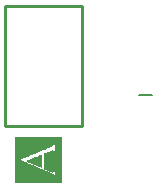
<source format=gto>
%FSLAX25Y25*%
%MOIN*%
G70*
G01*
G75*
%ADD10R,0.03543X0.03150*%
%ADD11R,0.11811X0.05906*%
%ADD12R,0.11811X0.03937*%
%ADD13R,0.05118X0.03937*%
%ADD14C,0.01000*%
%ADD15C,0.06000*%
%ADD16C,0.03937*%
%ADD17C,0.23622*%
%ADD18C,0.00030*%
%ADD19C,0.00787*%
D14*
X5996Y63307D02*
X31496D01*
Y23307D02*
Y63307D01*
X5996Y23307D02*
X31496D01*
X5996D02*
Y63307D01*
D18*
X24419Y4650D02*
Y19650D01*
X24389Y4650D02*
Y19650D01*
X24360Y4650D02*
Y19650D01*
X24329Y4650D02*
Y19650D01*
X24299Y4650D02*
Y19650D01*
X24270Y4650D02*
Y19650D01*
X24239Y4650D02*
Y19650D01*
X24209Y4650D02*
Y19650D01*
X24180Y4650D02*
Y19650D01*
X24149Y4650D02*
Y19650D01*
X24119Y4650D02*
Y19650D01*
X24090Y4650D02*
Y19650D01*
X24059Y4650D02*
Y19650D01*
X24029Y4650D02*
Y19650D01*
X24000Y4650D02*
Y19650D01*
X23969Y4650D02*
Y19650D01*
X23939Y4650D02*
Y19650D01*
X23910Y4650D02*
Y19650D01*
X23879Y4650D02*
Y19650D01*
X23850Y4650D02*
Y19650D01*
X23820Y4650D02*
Y19650D01*
X23789Y4650D02*
Y19650D01*
X23760Y4650D02*
Y19650D01*
X23730Y4650D02*
Y19650D01*
X23699Y4650D02*
Y19650D01*
X23670Y4650D02*
Y19650D01*
X23640Y4650D02*
Y19650D01*
X23609Y4650D02*
Y19650D01*
X23580Y4650D02*
Y19650D01*
X23550Y4650D02*
Y19650D01*
X23519Y4650D02*
Y19650D01*
X23490Y4650D02*
Y19650D01*
X23460Y4650D02*
Y19650D01*
X23429Y4650D02*
Y19650D01*
X23400Y4650D02*
Y19650D01*
X23370Y4650D02*
Y19650D01*
X23339Y4650D02*
Y19650D01*
X23310Y4650D02*
Y19650D01*
X23280Y4650D02*
Y19650D01*
X23249Y4650D02*
Y19650D01*
X23220Y4650D02*
Y19650D01*
X23189Y4650D02*
Y19650D01*
X23159Y4650D02*
Y19650D01*
X23130Y4650D02*
Y19650D01*
X23099Y4650D02*
Y19650D01*
X23069Y4650D02*
Y19650D01*
X23040Y4650D02*
Y19650D01*
X23009Y4650D02*
Y19650D01*
X22979Y4650D02*
Y19650D01*
X22950Y4650D02*
Y19650D01*
X22919Y4650D02*
Y19650D01*
X22889Y4650D02*
Y19650D01*
X22860Y4650D02*
Y19650D01*
X22829Y4650D02*
Y19650D01*
X22799Y4650D02*
Y19650D01*
X22770Y4650D02*
Y19650D01*
X22739Y18360D02*
Y19650D01*
Y9420D02*
Y18240D01*
Y5940D02*
Y9210D01*
Y4650D02*
Y5760D01*
X22709Y18360D02*
Y19650D01*
Y9420D02*
Y18240D01*
Y5940D02*
Y9210D01*
Y4650D02*
Y5760D01*
X22680Y18240D02*
Y19650D01*
Y9480D02*
Y13680D01*
Y4650D02*
Y5730D01*
X22649Y18240D02*
Y19650D01*
Y9480D02*
Y13680D01*
Y4650D02*
Y5730D01*
X22619Y18420D02*
Y19650D01*
Y9480D02*
Y13680D01*
Y4650D02*
Y5730D01*
X22590Y18420D02*
Y19650D01*
Y9480D02*
Y13680D01*
Y4650D02*
Y5730D01*
X22559Y18360D02*
Y19650D01*
Y18180D02*
Y18240D01*
Y9360D02*
Y13680D01*
Y4650D02*
Y5820D01*
X22530Y18360D02*
Y19650D01*
Y18180D02*
Y18240D01*
Y9360D02*
Y13680D01*
Y4650D02*
Y5820D01*
X22500Y18300D02*
Y19650D01*
Y18120D02*
Y18240D01*
Y9420D02*
Y13680D01*
Y4650D02*
Y5730D01*
X22469Y18090D02*
Y19650D01*
Y8970D02*
Y14250D01*
Y4650D02*
Y6000D01*
X22440Y18090D02*
Y19650D01*
Y8970D02*
Y14250D01*
Y4650D02*
Y6000D01*
X22410Y17670D02*
Y19650D01*
Y8700D02*
Y14370D01*
Y4650D02*
Y6270D01*
X22379Y17670D02*
Y19650D01*
Y8700D02*
Y14370D01*
Y4650D02*
Y6270D01*
X22350Y17520D02*
Y19650D01*
Y8460D02*
Y14550D01*
Y4650D02*
Y6390D01*
X22320Y17520D02*
Y19650D01*
Y8460D02*
Y14550D01*
Y4650D02*
Y6390D01*
X22289Y17580D02*
Y19650D01*
Y8370D02*
Y14580D01*
Y4650D02*
Y6510D01*
X22260Y17580D02*
Y19650D01*
Y8370D02*
Y14580D01*
Y4650D02*
Y6510D01*
X22230Y17400D02*
Y19650D01*
Y8310D02*
Y14700D01*
Y4650D02*
Y6570D01*
X22199Y17400D02*
Y19650D01*
Y8310D02*
Y14700D01*
Y4650D02*
Y6570D01*
X22170Y17400D02*
Y19650D01*
Y8250D02*
Y14880D01*
Y4650D02*
Y6720D01*
X22140Y17400D02*
Y19650D01*
Y8250D02*
Y14880D01*
Y4650D02*
Y6720D01*
X22109Y17280D02*
Y19650D01*
Y8190D02*
Y14760D01*
Y4650D02*
Y6720D01*
X22080Y17280D02*
Y19650D01*
Y8190D02*
Y14760D01*
Y4650D02*
Y6720D01*
X22050Y17190D02*
Y19650D01*
Y8190D02*
Y14820D01*
Y4650D02*
Y6720D01*
X22019Y17130D02*
Y19650D01*
Y8130D02*
Y14940D01*
Y4650D02*
Y6900D01*
X21990Y17130D02*
Y19650D01*
Y8130D02*
Y14940D01*
Y4650D02*
Y6900D01*
X21960Y17070D02*
Y19650D01*
Y8010D02*
Y14880D01*
Y4650D02*
Y6900D01*
X21929Y17070D02*
Y19650D01*
Y8010D02*
Y14880D01*
Y4650D02*
Y6900D01*
X21900Y17070D02*
Y19650D01*
Y8070D02*
Y14880D01*
Y4650D02*
Y7080D01*
X21869Y17070D02*
Y19650D01*
Y8070D02*
Y14880D01*
Y4650D02*
Y7080D01*
X21839Y17010D02*
Y19650D01*
Y8130D02*
Y14880D01*
Y4650D02*
Y6960D01*
X21810Y17010D02*
Y19650D01*
Y8130D02*
Y14880D01*
Y4650D02*
Y6960D01*
X21779Y17010D02*
Y19650D01*
Y8010D02*
Y14880D01*
Y4650D02*
Y7020D01*
X21749Y17010D02*
Y19650D01*
Y8010D02*
Y14880D01*
Y4650D02*
Y7020D01*
X21720Y16830D02*
Y19650D01*
Y7920D02*
Y14880D01*
Y4650D02*
Y7080D01*
X21689Y16830D02*
Y19650D01*
Y7920D02*
Y14880D01*
Y4650D02*
Y7080D01*
X21659Y16950D02*
Y19650D01*
Y8070D02*
Y14940D01*
Y4650D02*
Y7020D01*
X21630Y16950D02*
Y19650D01*
Y8070D02*
Y14940D01*
Y4650D02*
Y7020D01*
X21599Y16830D02*
Y19650D01*
Y8130D02*
Y14880D01*
Y4650D02*
Y7110D01*
X21569Y16770D02*
Y19650D01*
Y8070D02*
Y15000D01*
Y4650D02*
Y7110D01*
X21540Y16770D02*
Y19650D01*
Y8070D02*
Y15000D01*
Y4650D02*
Y7110D01*
X21509Y16680D02*
Y19650D01*
Y8130D02*
Y14880D01*
Y4650D02*
Y7290D01*
X21479Y16680D02*
Y19650D01*
Y8130D02*
Y14880D01*
Y4650D02*
Y7290D01*
X21450Y16770D02*
Y19650D01*
Y8070D02*
Y14940D01*
Y4650D02*
Y7170D01*
X21419Y16770D02*
Y19650D01*
Y8070D02*
Y14940D01*
Y4650D02*
Y7170D01*
X21389Y16680D02*
Y19650D01*
Y8070D02*
Y14880D01*
Y4650D02*
Y7230D01*
X21360Y16680D02*
Y19650D01*
Y8070D02*
Y14880D01*
Y4650D02*
Y7230D01*
X21329Y16740D02*
Y19650D01*
Y8130D02*
Y14820D01*
Y4650D02*
Y7350D01*
X21299Y16740D02*
Y19650D01*
Y8130D02*
Y14820D01*
Y4650D02*
Y7350D01*
X21270Y16740D02*
Y19650D01*
Y8130D02*
Y14820D01*
Y4650D02*
Y7230D01*
X21239Y16740D02*
Y19650D01*
Y8130D02*
Y14820D01*
Y4650D02*
Y7230D01*
X21210Y16680D02*
Y19650D01*
Y8190D02*
Y14820D01*
Y4650D02*
Y7410D01*
X21180Y16680D02*
Y19650D01*
Y8190D02*
Y14820D01*
Y4650D02*
Y7410D01*
X21149Y16680D02*
Y19650D01*
Y8070D02*
Y14760D01*
Y4650D02*
Y7410D01*
X21120Y16620D02*
Y19650D01*
Y8190D02*
Y14820D01*
Y4650D02*
Y7350D01*
X21090Y16620D02*
Y19650D01*
Y8190D02*
Y14820D01*
Y4650D02*
Y7350D01*
X21059Y16560D02*
Y19650D01*
Y8130D02*
Y14760D01*
Y4650D02*
Y7470D01*
X21030Y16560D02*
Y19650D01*
Y8130D02*
Y14760D01*
Y4650D02*
Y7470D01*
X21000Y16380D02*
Y19650D01*
Y8310D02*
Y14700D01*
Y4650D02*
Y7470D01*
X20969Y16380D02*
Y19650D01*
Y8310D02*
Y14700D01*
Y4650D02*
Y7470D01*
X20940Y16560D02*
Y19650D01*
Y8250D02*
Y14820D01*
Y4650D02*
Y7410D01*
X20910Y16560D02*
Y19650D01*
Y8250D02*
Y14820D01*
Y4650D02*
Y7410D01*
X20879Y16500D02*
Y19650D01*
Y8250D02*
Y14760D01*
Y4650D02*
Y7560D01*
X20850Y16500D02*
Y19650D01*
Y8250D02*
Y14760D01*
Y4650D02*
Y7560D01*
X20820Y16500D02*
Y19650D01*
Y8310D02*
Y14640D01*
Y4650D02*
Y7530D01*
X20789Y16500D02*
Y19650D01*
Y8310D02*
Y14640D01*
Y4650D02*
Y7530D01*
X20760Y16440D02*
Y19650D01*
Y8370D02*
Y14760D01*
Y4650D02*
Y7620D01*
X20730Y16440D02*
Y19650D01*
Y8370D02*
Y14580D01*
Y4650D02*
Y7560D01*
X20699Y16440D02*
Y19650D01*
Y8370D02*
Y14580D01*
Y4650D02*
Y7560D01*
X20670Y16380D02*
Y19650D01*
Y8400D02*
Y14580D01*
Y4650D02*
Y7620D01*
X20640Y16380D02*
Y19650D01*
Y8400D02*
Y14580D01*
Y4650D02*
Y7620D01*
X20609Y16380D02*
Y19650D01*
Y8400D02*
Y14580D01*
Y4650D02*
Y7560D01*
X20580Y16380D02*
Y19650D01*
Y8400D02*
Y14580D01*
Y4650D02*
Y7560D01*
X20549Y16290D02*
Y19650D01*
Y8310D02*
Y14550D01*
Y4650D02*
Y7560D01*
X20519Y16290D02*
Y19650D01*
Y8310D02*
Y14550D01*
Y4650D02*
Y7560D01*
X20490Y16350D02*
Y19650D01*
Y8460D02*
Y14550D01*
Y4650D02*
Y7680D01*
X20459Y16350D02*
Y19650D01*
Y8460D02*
Y14550D01*
Y4650D02*
Y7680D01*
X20429Y16350D02*
Y19650D01*
Y8400D02*
Y14580D01*
Y4650D02*
Y7620D01*
X20400Y16350D02*
Y19650D01*
Y8400D02*
Y14580D01*
Y4650D02*
Y7620D01*
X20369Y16290D02*
Y19650D01*
Y8520D02*
Y14550D01*
Y4650D02*
Y7860D01*
X20339Y16290D02*
Y19650D01*
Y8520D02*
Y14550D01*
Y4650D02*
Y7860D01*
X20310Y16230D02*
Y19650D01*
Y8460D02*
Y14490D01*
Y4650D02*
Y7680D01*
X20279Y16170D02*
Y19650D01*
Y8580D02*
Y14430D01*
Y4650D02*
Y7740D01*
X20249Y16170D02*
Y19650D01*
Y8580D02*
Y14430D01*
Y4650D02*
Y7740D01*
X20220Y16230D02*
Y19650D01*
Y8460D02*
Y14580D01*
Y4650D02*
Y7800D01*
X20189Y16230D02*
Y19650D01*
Y8460D02*
Y14580D01*
Y4650D02*
Y7800D01*
X20159Y16170D02*
Y19650D01*
Y8580D02*
Y14370D01*
Y4650D02*
Y7920D01*
X20130Y16170D02*
Y19650D01*
Y8580D02*
Y14370D01*
Y4650D02*
Y7920D01*
X20099Y16170D02*
Y19650D01*
Y8520D02*
Y14430D01*
Y4650D02*
Y7800D01*
X20069Y16170D02*
Y19650D01*
Y8520D02*
Y14430D01*
Y4650D02*
Y7800D01*
X20040Y15990D02*
Y19650D01*
Y8640D02*
Y14310D01*
Y4650D02*
Y7800D01*
X20009Y15990D02*
Y19650D01*
Y8640D02*
Y14310D01*
Y4650D02*
Y7800D01*
X19979Y16110D02*
Y19650D01*
Y8700D02*
Y14310D01*
Y4650D02*
Y7860D01*
X19950Y16110D02*
Y19650D01*
Y8700D02*
Y14310D01*
Y4650D02*
Y7860D01*
X19919Y15990D02*
Y19650D01*
Y8640D02*
Y14370D01*
Y4650D02*
Y7920D01*
X19890Y15990D02*
Y19650D01*
Y8640D02*
Y14370D01*
Y4650D02*
Y7920D01*
X19860Y16050D02*
Y19650D01*
Y8760D02*
Y14310D01*
Y4650D02*
Y7950D01*
X19829Y16050D02*
Y19650D01*
Y8760D02*
Y14310D01*
Y4650D02*
Y8190D01*
X19800Y16050D02*
Y19650D01*
Y8760D02*
Y14310D01*
Y4650D02*
Y8190D01*
X19770Y15990D02*
Y19650D01*
Y8820D02*
Y14250D01*
Y4650D02*
Y7950D01*
X19739Y15990D02*
Y19650D01*
Y8820D02*
Y14250D01*
Y4650D02*
Y7950D01*
X19710Y15900D02*
Y19650D01*
Y8760D02*
Y14190D01*
Y4650D02*
Y7950D01*
X19680Y15900D02*
Y19650D01*
Y8760D02*
Y14190D01*
Y4650D02*
Y7950D01*
X19649Y15930D02*
Y19650D01*
Y8850D02*
Y14190D01*
Y4650D02*
Y7950D01*
X19620Y15930D02*
Y19650D01*
Y8850D02*
Y14190D01*
Y4650D02*
Y7950D01*
X19590Y15990D02*
Y19650D01*
Y8760D02*
Y14130D01*
Y4650D02*
Y8010D01*
X19559Y15990D02*
Y19650D01*
Y8760D02*
Y14130D01*
Y4650D02*
Y8010D01*
X19530Y15930D02*
Y19650D01*
Y8850D02*
Y14190D01*
Y4650D02*
Y8010D01*
X19500Y15930D02*
Y19650D01*
Y8850D02*
Y14190D01*
Y4650D02*
Y8010D01*
X19469Y15900D02*
Y19650D01*
Y8820D02*
Y14130D01*
Y4650D02*
Y8310D01*
X19440Y15900D02*
Y19650D01*
Y8820D02*
Y14130D01*
Y4650D02*
Y8310D01*
X19410Y15840D02*
Y19650D01*
Y8910D02*
Y14100D01*
Y4650D02*
Y8070D01*
X19379Y15600D02*
Y19650D01*
Y8910D02*
Y14040D01*
Y4650D02*
Y8070D01*
X19350Y15600D02*
Y19650D01*
Y8910D02*
Y14040D01*
Y4650D02*
Y8070D01*
X19320Y15840D02*
Y19650D01*
Y8970D02*
Y14100D01*
Y4650D02*
Y8130D01*
X19289Y15840D02*
Y19650D01*
Y8970D02*
Y14100D01*
Y4650D02*
Y8130D01*
X19260Y15840D02*
Y19650D01*
Y9030D02*
Y14040D01*
Y4650D02*
Y8250D01*
X19229Y15840D02*
Y19650D01*
Y9030D02*
Y14040D01*
Y4650D02*
Y8250D01*
X19199Y15840D02*
Y19650D01*
Y8970D02*
Y13980D01*
Y4650D02*
Y8190D01*
X19170Y15840D02*
Y19650D01*
Y8970D02*
Y13980D01*
Y4650D02*
Y8190D01*
X19139Y15780D02*
Y19650D01*
Y9030D02*
Y13980D01*
Y4650D02*
Y8250D01*
X19109Y15780D02*
Y19650D01*
Y9030D02*
Y13980D01*
Y4650D02*
Y8250D01*
X19080Y15780D02*
Y19650D01*
Y13980D02*
Y14100D01*
Y8970D02*
Y13920D01*
Y4650D02*
Y8250D01*
X19049Y15780D02*
Y19650D01*
Y13980D02*
Y14100D01*
Y8970D02*
Y13920D01*
Y4650D02*
Y8250D01*
X19019Y15480D02*
Y19650D01*
Y9090D02*
Y13980D01*
Y4650D02*
Y8250D01*
X18990Y15720D02*
Y19650D01*
Y9150D02*
Y14040D01*
Y4650D02*
Y8310D01*
X18959Y15720D02*
Y19650D01*
Y9150D02*
Y14040D01*
Y4650D02*
Y8310D01*
X18929Y15720D02*
Y19650D01*
Y9090D02*
Y13920D01*
Y4650D02*
Y8370D01*
X18900Y15720D02*
Y19650D01*
Y9090D02*
Y13920D01*
Y4650D02*
Y8370D01*
X18869Y15600D02*
Y19650D01*
Y9150D02*
Y13980D01*
Y4650D02*
Y8520D01*
X18839Y15600D02*
Y19650D01*
Y9150D02*
Y13980D01*
Y4650D02*
Y8520D01*
X18810Y15660D02*
Y19650D01*
Y4650D02*
Y8370D01*
X18779Y15660D02*
Y19650D01*
Y4650D02*
Y8370D01*
X18749Y15600D02*
Y19650D01*
Y4650D02*
Y8520D01*
X18720Y15600D02*
Y19650D01*
Y4650D02*
Y8520D01*
X18689Y15540D02*
Y19650D01*
Y4650D02*
Y8400D01*
X18659Y15540D02*
Y19650D01*
Y4650D02*
Y8400D01*
X18630Y15540D02*
Y19650D01*
Y4650D02*
Y8580D01*
X18599Y15540D02*
Y19650D01*
Y4650D02*
Y8580D01*
X18570Y15480D02*
Y19650D01*
Y4650D02*
Y8580D01*
X18540Y15540D02*
Y19650D01*
Y4650D02*
Y8460D01*
X18509Y15540D02*
Y19650D01*
Y4650D02*
Y8460D01*
X18480Y15480D02*
Y19650D01*
Y4650D02*
Y8640D01*
X18450Y15480D02*
Y19650D01*
Y4650D02*
Y8640D01*
X18419Y15480D02*
Y19650D01*
Y4650D02*
Y8520D01*
X18390Y15480D02*
Y19650D01*
Y4650D02*
Y8520D01*
X18360Y15390D02*
Y19650D01*
Y4650D02*
Y8640D01*
X18329Y15390D02*
Y19650D01*
Y4650D02*
Y8640D01*
X18300Y15450D02*
Y19650D01*
Y4650D02*
Y8580D01*
X18270Y15450D02*
Y19650D01*
Y4650D02*
Y8580D01*
X18239Y15450D02*
Y19650D01*
Y4650D02*
Y8640D01*
X18210Y15450D02*
Y19650D01*
Y4650D02*
Y8640D01*
X18180Y15390D02*
Y19650D01*
Y4650D02*
Y8640D01*
X18149Y15390D02*
Y19650D01*
Y4650D02*
Y8640D01*
X18120Y15390D02*
Y19650D01*
Y4650D02*
Y8760D01*
X18090Y15330D02*
Y19650D01*
Y4650D02*
Y8700D01*
X18059Y15330D02*
Y19650D01*
Y4650D02*
Y8700D01*
X18030Y15330D02*
Y19650D01*
Y4650D02*
Y8700D01*
X18000Y15330D02*
Y19650D01*
Y4650D02*
Y8700D01*
X17969Y15270D02*
Y19650D01*
Y9540D02*
Y13590D01*
Y4650D02*
Y8760D01*
X17940Y15270D02*
Y19650D01*
Y9540D02*
Y13590D01*
Y4650D02*
Y8760D01*
X17910Y15270D02*
Y19650D01*
Y9600D02*
Y13470D01*
Y4650D02*
Y8820D01*
X17879Y15270D02*
Y19650D01*
Y9600D02*
Y13470D01*
Y4650D02*
Y8820D01*
X17850Y15270D02*
Y19650D01*
Y9600D02*
Y13410D01*
Y4650D02*
Y8760D01*
X17819Y15270D02*
Y19650D01*
Y9600D02*
Y13410D01*
Y4650D02*
Y8760D01*
X17789Y15210D02*
Y19650D01*
Y9540D02*
Y13410D01*
Y4650D02*
Y8820D01*
X17760Y15210D02*
Y19650D01*
Y9540D02*
Y13410D01*
Y4650D02*
Y8820D01*
X17729Y15210D02*
Y19650D01*
Y9660D02*
Y13410D01*
Y4650D02*
Y8820D01*
X17699Y15210D02*
Y19650D01*
Y9660D02*
Y13410D01*
Y4650D02*
Y8820D01*
X17670Y15150D02*
Y19650D01*
Y9660D02*
Y13410D01*
Y4650D02*
Y8850D01*
X17639Y15090D02*
Y19650D01*
Y9720D02*
Y13350D01*
Y4650D02*
Y8910D01*
X17609Y15090D02*
Y19650D01*
Y9720D02*
Y13350D01*
Y4650D02*
Y8910D01*
X17580Y15000D02*
Y19650D01*
Y9660D02*
Y13290D01*
Y4650D02*
Y8970D01*
X17549Y15000D02*
Y19650D01*
Y9660D02*
Y13290D01*
Y4650D02*
Y8970D01*
X17519Y15090D02*
Y19650D01*
Y9750D02*
Y13350D01*
Y4650D02*
Y8910D01*
X17490Y15090D02*
Y19650D01*
Y9750D02*
Y13350D01*
Y4650D02*
Y8910D01*
X17459Y15030D02*
Y19650D01*
Y9660D02*
Y13290D01*
Y4650D02*
Y8970D01*
X17429Y15030D02*
Y19650D01*
Y9660D02*
Y13290D01*
Y4650D02*
Y8970D01*
X17400Y14940D02*
Y19650D01*
Y9750D02*
Y13260D01*
Y4650D02*
Y8970D01*
X17369Y14940D02*
Y19650D01*
Y9750D02*
Y13260D01*
Y4650D02*
Y8970D01*
X17339Y15030D02*
Y19650D01*
Y9810D02*
Y13350D01*
Y4650D02*
Y9150D01*
X17310Y15030D02*
Y19650D01*
Y9810D02*
Y13350D01*
Y4650D02*
Y9150D01*
X17279Y15000D02*
Y19650D01*
Y9870D02*
Y13260D01*
Y4650D02*
Y9030D01*
X17249Y14940D02*
Y19650D01*
Y9720D02*
Y13200D01*
Y4650D02*
Y9150D01*
X17220Y14940D02*
Y19650D01*
Y9720D02*
Y13200D01*
Y4650D02*
Y9150D01*
X17189Y15000D02*
Y19650D01*
Y9870D02*
Y13290D01*
Y4650D02*
Y9090D01*
X17160Y15000D02*
Y19650D01*
Y9870D02*
Y13290D01*
Y4650D02*
Y9090D01*
X17130Y14940D02*
Y19650D01*
Y9930D02*
Y13200D01*
Y4650D02*
Y9210D01*
X17099Y14940D02*
Y19650D01*
Y9930D02*
Y13200D01*
Y4650D02*
Y9210D01*
X17070Y14940D02*
Y19650D01*
Y9810D02*
Y13140D01*
Y4650D02*
Y9090D01*
X17040Y14940D02*
Y19650D01*
Y9810D02*
Y13140D01*
Y4650D02*
Y9090D01*
X17009Y14880D02*
Y19650D01*
Y9810D02*
Y13080D01*
Y4650D02*
Y9150D01*
X16980Y14880D02*
Y19650D01*
Y9810D02*
Y13080D01*
Y4650D02*
Y9150D01*
X16950Y14880D02*
Y19650D01*
Y9990D02*
Y13080D01*
Y4650D02*
Y9210D01*
X16919Y14880D02*
Y19650D01*
Y9990D02*
Y13080D01*
Y4650D02*
Y9210D01*
X16890Y14820D02*
Y19650D01*
Y9870D02*
Y13020D01*
Y4650D02*
Y9300D01*
X16860Y14820D02*
Y19650D01*
Y9870D02*
Y13020D01*
Y4650D02*
Y9300D01*
X16829Y14760D02*
Y19650D01*
Y10050D02*
Y13020D01*
Y4650D02*
Y9210D01*
X16800Y14820D02*
Y19650D01*
Y9870D02*
Y13020D01*
Y4650D02*
Y9270D01*
X16770Y14820D02*
Y19650D01*
Y9870D02*
Y13020D01*
Y4650D02*
Y9270D01*
X16739Y14640D02*
Y19650D01*
Y10050D02*
Y12960D01*
Y4650D02*
Y9300D01*
X16710Y14640D02*
Y19650D01*
Y10050D02*
Y12960D01*
Y4650D02*
Y9300D01*
X16680Y14640D02*
Y19650D01*
Y10110D02*
Y12960D01*
Y4650D02*
Y9270D01*
X16649Y14640D02*
Y19650D01*
Y10110D02*
Y12960D01*
Y4650D02*
Y9270D01*
X16620Y14760D02*
Y19650D01*
Y10110D02*
Y12900D01*
Y4650D02*
Y9300D01*
X16590Y14760D02*
Y19650D01*
Y10110D02*
Y12900D01*
Y4650D02*
Y9300D01*
X16559Y14700D02*
Y19650D01*
Y10170D02*
Y12900D01*
Y4650D02*
Y9420D01*
X16530Y14700D02*
Y19650D01*
Y10170D02*
Y12900D01*
Y4650D02*
Y9420D01*
X16499Y14700D02*
Y19650D01*
Y10110D02*
Y12840D01*
Y4650D02*
Y9360D01*
X16469Y14700D02*
Y19650D01*
Y10110D02*
Y12840D01*
Y4650D02*
Y9360D01*
X16440Y14640D02*
Y19650D01*
Y10200D02*
Y12840D01*
Y4650D02*
Y9420D01*
X16409Y14640D02*
Y19650D01*
Y10200D02*
Y12840D01*
Y4650D02*
Y9420D01*
X16379Y14580D02*
Y19650D01*
Y10260D02*
Y12900D01*
Y4650D02*
Y9360D01*
X16350Y14580D02*
Y19650D01*
Y10200D02*
Y12810D01*
Y4650D02*
Y9420D01*
X16319Y14580D02*
Y19650D01*
Y10200D02*
Y12810D01*
Y4650D02*
Y9420D01*
X16289Y14580D02*
Y19650D01*
Y10260D02*
Y12810D01*
Y4650D02*
Y9480D01*
X16260Y14580D02*
Y19650D01*
Y10260D02*
Y12810D01*
Y4650D02*
Y9480D01*
X16229Y14580D02*
Y19650D01*
Y10260D02*
Y12750D01*
Y4650D02*
Y9480D01*
X16199Y14580D02*
Y19650D01*
Y10260D02*
Y12750D01*
Y4650D02*
Y9480D01*
X16170Y14490D02*
Y19650D01*
Y10200D02*
Y12810D01*
Y4650D02*
Y9600D01*
X16139Y14490D02*
Y19650D01*
Y10200D02*
Y12810D01*
Y4650D02*
Y9600D01*
X16109Y14550D02*
Y19650D01*
Y10380D02*
Y12750D01*
Y4650D02*
Y9540D01*
X16080Y14550D02*
Y19650D01*
Y10380D02*
Y12750D01*
Y4650D02*
Y9540D01*
X16049Y14490D02*
Y19650D01*
Y10320D02*
Y12810D01*
Y4650D02*
Y9660D01*
X16019Y14490D02*
Y19650D01*
Y10320D02*
Y12810D01*
Y4650D02*
Y9660D01*
X15990Y14370D02*
Y19650D01*
Y10440D02*
Y12690D01*
Y4650D02*
Y9540D01*
X15959Y14430D02*
Y19650D01*
Y10440D02*
Y12630D01*
Y4650D02*
Y9660D01*
X15929Y14430D02*
Y19650D01*
Y10440D02*
Y12630D01*
Y4650D02*
Y9660D01*
X15900Y14310D02*
Y19650D01*
Y10440D02*
Y12690D01*
Y4650D02*
Y9600D01*
X15869Y14310D02*
Y19650D01*
Y10440D02*
Y12690D01*
Y4650D02*
Y9600D01*
X15840Y14430D02*
Y19650D01*
Y10500D02*
Y12570D01*
Y4650D02*
Y9660D01*
X15810Y14430D02*
Y19650D01*
Y10500D02*
Y12570D01*
Y4650D02*
Y9660D01*
X15779Y14370D02*
Y19650D01*
Y10440D02*
Y12630D01*
Y4650D02*
Y9720D01*
X15750Y14370D02*
Y19650D01*
Y10440D02*
Y12630D01*
Y4650D02*
Y9720D01*
X15720Y14190D02*
Y19650D01*
Y10500D02*
Y12690D01*
Y4650D02*
Y9720D01*
X15689Y14190D02*
Y19650D01*
Y10500D02*
Y12690D01*
Y4650D02*
Y9720D01*
X15660Y14370D02*
Y19650D01*
Y10560D02*
Y12510D01*
Y4650D02*
Y9750D01*
X15630Y14370D02*
Y19650D01*
Y10560D02*
Y12510D01*
Y4650D02*
Y9750D01*
X15599Y14310D02*
Y19650D01*
Y10620D02*
Y12570D01*
Y4650D02*
Y9720D01*
X15570Y14310D02*
Y19650D01*
Y10620D02*
Y12570D01*
Y4650D02*
Y9720D01*
X15540Y14250D02*
Y19650D01*
Y10560D02*
Y12450D01*
Y4650D02*
Y9870D01*
X15509Y14130D02*
Y19650D01*
Y10500D02*
Y12450D01*
Y4650D02*
Y9750D01*
X15480Y14130D02*
Y19650D01*
Y10500D02*
Y12450D01*
Y4650D02*
Y9750D01*
X15450Y14250D02*
Y19650D01*
Y10620D02*
Y12450D01*
Y4650D02*
Y9810D01*
X15419Y14250D02*
Y19650D01*
Y10620D02*
Y12450D01*
Y4650D02*
Y9810D01*
X15390Y14100D02*
Y19650D01*
Y10650D02*
Y12390D01*
Y4650D02*
Y9870D01*
X15360Y14100D02*
Y19650D01*
Y10650D02*
Y12390D01*
Y4650D02*
Y9870D01*
X15329Y14040D02*
Y19650D01*
Y10650D02*
Y12450D01*
Y4650D02*
Y9870D01*
X15300Y14040D02*
Y19650D01*
Y10650D02*
Y12450D01*
Y4650D02*
Y9870D01*
X15270Y14130D02*
Y19650D01*
Y10620D02*
Y12390D01*
Y4650D02*
Y10050D01*
X15239Y14130D02*
Y19650D01*
Y10620D02*
Y12390D01*
Y4650D02*
Y10050D01*
X15210Y14100D02*
Y19650D01*
Y10710D02*
Y12360D01*
Y4650D02*
Y9870D01*
X15179Y14100D02*
Y19650D01*
Y10710D02*
Y12360D01*
Y4650D02*
Y9870D01*
X15149Y14130D02*
Y19650D01*
Y10620D02*
Y12300D01*
Y4650D02*
Y9930D01*
X15120Y14130D02*
Y19650D01*
Y10620D02*
Y12300D01*
Y4650D02*
Y9930D01*
X15089Y14100D02*
Y19650D01*
Y10770D02*
Y12360D01*
Y4650D02*
Y9990D01*
X15059Y14100D02*
Y19650D01*
Y10770D02*
Y12390D01*
Y4650D02*
Y10110D01*
X15030Y14100D02*
Y19650D01*
Y10770D02*
Y12390D01*
Y4650D02*
Y10110D01*
X14999Y14040D02*
Y19650D01*
Y10830D02*
Y12300D01*
Y4650D02*
Y9990D01*
X14969Y14040D02*
Y19650D01*
Y10830D02*
Y12300D01*
Y4650D02*
Y9990D01*
X14940Y13980D02*
Y19650D01*
Y10770D02*
Y12240D01*
Y4650D02*
Y10110D01*
X14909Y13980D02*
Y19650D01*
Y10770D02*
Y12240D01*
Y4650D02*
Y10110D01*
X14879Y13920D02*
Y19650D01*
Y10830D02*
Y12180D01*
Y4650D02*
Y10170D01*
X14850Y13920D02*
Y19650D01*
Y10830D02*
Y12180D01*
Y4650D02*
Y10170D01*
X14819Y13980D02*
Y19650D01*
Y10890D02*
Y12180D01*
Y4650D02*
Y10110D01*
X14789Y13980D02*
Y19650D01*
Y10890D02*
Y12180D01*
Y4650D02*
Y10110D01*
X14760Y13920D02*
Y19650D01*
Y10950D02*
Y12240D01*
Y4650D02*
Y10110D01*
X14729Y13920D02*
Y19650D01*
Y10950D02*
Y12240D01*
Y4650D02*
Y10110D01*
X14699Y13920D02*
Y19650D01*
Y10950D02*
Y12180D01*
Y4650D02*
Y10200D01*
X14670Y13920D02*
Y19650D01*
Y10950D02*
Y12180D01*
Y4650D02*
Y10200D01*
X14639Y13740D02*
Y19650D01*
Y11010D02*
Y12180D01*
Y4650D02*
Y10170D01*
X14609Y13860D02*
Y19650D01*
Y10950D02*
Y12060D01*
Y4650D02*
Y10170D01*
X14580Y13860D02*
Y19650D01*
Y10950D02*
Y12060D01*
Y4650D02*
Y10170D01*
X14549Y13740D02*
Y19650D01*
Y11010D02*
Y12120D01*
Y4650D02*
Y10200D01*
X14520Y13740D02*
Y19650D01*
Y11010D02*
Y12120D01*
Y4650D02*
Y10200D01*
X14490Y13800D02*
Y19650D01*
Y11040D02*
Y12060D01*
Y4650D02*
Y10260D01*
X14459Y13800D02*
Y19650D01*
Y11040D02*
Y12060D01*
Y4650D02*
Y10260D01*
X14430Y13800D02*
Y19650D01*
Y11040D02*
Y12060D01*
Y4650D02*
Y10260D01*
X14400Y13800D02*
Y19650D01*
Y11040D02*
Y12060D01*
Y4650D02*
Y10260D01*
X14369Y13740D02*
Y19650D01*
Y11010D02*
Y12000D01*
Y4650D02*
Y10320D01*
X14340Y13740D02*
Y19650D01*
Y11010D02*
Y12000D01*
Y4650D02*
Y10320D01*
X14310Y13680D02*
Y19650D01*
Y11100D02*
Y11940D01*
Y4650D02*
Y10260D01*
X14279Y13680D02*
Y19650D01*
Y11100D02*
Y11940D01*
Y4650D02*
Y10260D01*
X14250Y13740D02*
Y19650D01*
Y11100D02*
Y11940D01*
Y4650D02*
Y10320D01*
X14220Y13740D02*
Y19650D01*
Y11160D02*
Y12000D01*
Y4650D02*
Y10320D01*
X14189Y13740D02*
Y19650D01*
Y11160D02*
Y12000D01*
Y4650D02*
Y10320D01*
X14160Y13680D02*
Y19650D01*
Y11100D02*
Y11910D01*
Y4650D02*
Y10380D01*
X14130Y13680D02*
Y19650D01*
Y11100D02*
Y11910D01*
Y4650D02*
Y10380D01*
X14099Y13680D02*
Y19650D01*
Y11220D02*
Y11910D01*
Y4650D02*
Y10500D01*
X14070Y13680D02*
Y19650D01*
Y11220D02*
Y11910D01*
Y4650D02*
Y10500D01*
X14040Y13680D02*
Y19650D01*
Y11100D02*
Y11940D01*
Y4650D02*
Y10440D01*
X14009Y13680D02*
Y19650D01*
Y11100D02*
Y11940D01*
Y4650D02*
Y10440D01*
X13980Y13650D02*
Y19650D01*
Y11280D02*
Y11850D01*
Y4650D02*
Y10620D01*
X13950Y13650D02*
Y19650D01*
Y11280D02*
Y11850D01*
Y4650D02*
Y10620D01*
X13919Y13530D02*
Y19650D01*
Y11160D02*
Y11790D01*
Y4650D02*
Y10620D01*
X13890Y13530D02*
Y19650D01*
Y11160D02*
Y11790D01*
Y4650D02*
Y10620D01*
X13859Y13590D02*
Y19650D01*
Y11160D02*
Y11850D01*
Y4650D02*
Y10500D01*
X13829Y13590D02*
Y19650D01*
Y11160D02*
Y11850D01*
Y4650D02*
Y10500D01*
X13800Y13590D02*
Y19650D01*
Y11340D02*
Y11790D01*
Y4650D02*
Y10650D01*
X13769Y13530D02*
Y19650D01*
Y11220D02*
Y11730D01*
Y4650D02*
Y10560D01*
X13739Y13530D02*
Y19650D01*
Y11220D02*
Y11730D01*
Y4650D02*
Y10560D01*
X13710Y13290D02*
Y19650D01*
Y11400D02*
Y11850D01*
Y4650D02*
Y10620D01*
X13679Y13290D02*
Y19650D01*
Y11400D02*
Y11850D01*
Y4650D02*
Y10620D01*
X13649Y13530D02*
Y19650D01*
Y11220D02*
Y11670D01*
Y4650D02*
Y10650D01*
X13620Y13530D02*
Y19650D01*
Y11220D02*
Y11670D01*
Y4650D02*
Y10650D01*
X13589Y13470D02*
Y19650D01*
Y11400D02*
Y11730D01*
Y4650D02*
Y10620D01*
X13559Y13470D02*
Y19650D01*
Y11400D02*
Y11730D01*
Y4650D02*
Y10620D01*
X13530Y13470D02*
Y19650D01*
Y11460D02*
Y11670D01*
Y4650D02*
Y10650D01*
X13499Y13470D02*
Y19650D01*
Y11460D02*
Y11670D01*
Y4650D02*
Y10650D01*
X13469Y13410D02*
Y19650D01*
Y11460D02*
Y11790D01*
Y4650D02*
Y10650D01*
X13440Y13410D02*
Y19650D01*
Y11460D02*
Y11790D01*
Y4650D02*
Y10650D01*
X13409Y13350D02*
Y19650D01*
Y11490D02*
Y11730D01*
Y4650D02*
Y10650D01*
X13379Y13350D02*
Y19650D01*
Y11490D02*
Y11730D01*
Y4650D02*
Y10650D01*
X13350Y13410D02*
Y19650D01*
Y4650D02*
Y10710D01*
X13319Y13290D02*
Y19650D01*
Y4650D02*
Y10710D01*
X13289Y13290D02*
Y19650D01*
Y4650D02*
Y10710D01*
X13260Y13350D02*
Y19650D01*
Y4650D02*
Y10770D01*
X13229Y13350D02*
Y19650D01*
Y4650D02*
Y10770D01*
X13200Y13260D02*
Y19650D01*
Y4650D02*
Y10770D01*
X13170Y13260D02*
Y19650D01*
Y4650D02*
Y10770D01*
X13139Y13290D02*
Y19650D01*
Y4650D02*
Y10830D01*
X13110Y13290D02*
Y19650D01*
Y4650D02*
Y10830D01*
X13080Y13200D02*
Y19650D01*
Y4650D02*
Y10830D01*
X13049Y13200D02*
Y19650D01*
Y4650D02*
Y10830D01*
X13020Y13200D02*
Y19650D01*
Y4650D02*
Y10890D01*
X12990Y13200D02*
Y19650D01*
Y4650D02*
Y10890D01*
X12959Y13260D02*
Y19650D01*
Y4650D02*
Y11010D01*
X12930Y13260D02*
Y19650D01*
Y4650D02*
Y11010D01*
X12900Y13200D02*
Y19650D01*
Y4650D02*
Y10950D01*
X12869Y13140D02*
Y19650D01*
Y4650D02*
Y11010D01*
X12840Y13140D02*
Y19650D01*
Y4650D02*
Y11010D01*
X12810Y13080D02*
Y19650D01*
Y4650D02*
Y10950D01*
X12779Y13080D02*
Y19650D01*
Y4650D02*
Y10950D01*
X12750Y13020D02*
Y19650D01*
Y4650D02*
Y11010D01*
X12720Y13020D02*
Y19650D01*
Y4650D02*
Y11010D01*
X12689Y13140D02*
Y19650D01*
Y4650D02*
Y11010D01*
X12660Y13140D02*
Y19650D01*
Y4650D02*
Y11010D01*
X12630Y13080D02*
Y19650D01*
Y4650D02*
Y11100D01*
X12599Y13080D02*
Y19650D01*
Y4650D02*
Y11100D01*
X12570Y13020D02*
Y19650D01*
Y4650D02*
Y11100D01*
X12539Y13020D02*
Y19650D01*
Y4650D02*
Y11100D01*
X12509Y13020D02*
Y19650D01*
Y4650D02*
Y11040D01*
X12479Y13020D02*
Y19650D01*
Y4650D02*
Y11220D01*
X12449Y13020D02*
Y19650D01*
Y4650D02*
Y11220D01*
X12420Y12960D02*
Y19650D01*
Y4650D02*
Y11100D01*
X12389Y12960D02*
Y19650D01*
Y4650D02*
Y11100D01*
X12359Y12960D02*
Y19650D01*
Y4650D02*
Y11160D01*
X12330Y12960D02*
Y19650D01*
Y4650D02*
Y11160D01*
X12299Y12900D02*
Y19650D01*
Y4650D02*
Y11160D01*
X12269Y12900D02*
Y19650D01*
Y4650D02*
Y11160D01*
X12240Y12840D02*
Y19650D01*
Y4650D02*
Y11160D01*
X12210Y12840D02*
Y19650D01*
Y4650D02*
Y11160D01*
X12179Y12900D02*
Y19650D01*
Y4650D02*
Y11280D01*
X12150Y12900D02*
Y19650D01*
Y4650D02*
Y11280D01*
X12120Y12750D02*
Y19650D01*
Y4650D02*
Y11220D01*
X12089Y12750D02*
Y19650D01*
Y4650D02*
Y11220D01*
X12060Y12840D02*
Y19650D01*
Y4650D02*
Y11400D01*
X12030Y12840D02*
Y19650D01*
Y4650D02*
Y11280D01*
X11999Y12840D02*
Y19650D01*
Y4650D02*
Y11280D01*
X11970Y12810D02*
Y19650D01*
Y4650D02*
Y11340D01*
X11940Y12810D02*
Y19650D01*
Y4650D02*
Y11340D01*
X11909Y12750D02*
Y19650D01*
Y4650D02*
Y11400D01*
X11880Y12750D02*
Y19650D01*
Y4650D02*
Y11400D01*
X11850Y12690D02*
Y19650D01*
Y4650D02*
Y11340D01*
X11819Y12690D02*
Y19650D01*
Y4650D02*
Y11340D01*
X11789Y12750D02*
Y19650D01*
Y4650D02*
Y11400D01*
X11760Y12750D02*
Y19650D01*
Y4650D02*
Y11400D01*
X11729Y12690D02*
Y19650D01*
Y4650D02*
Y11460D01*
X11699Y12690D02*
Y19650D01*
Y4650D02*
Y11460D01*
X11670Y12630D02*
Y19650D01*
Y4650D02*
Y11490D01*
X11639Y12630D02*
Y19650D01*
Y4650D02*
Y11490D01*
X11609Y12630D02*
Y19650D01*
Y4650D02*
Y11460D01*
X11580Y12630D02*
Y19650D01*
Y4650D02*
Y11490D01*
X11549Y12630D02*
Y19650D01*
Y4650D02*
Y11490D01*
X11519Y12630D02*
Y19650D01*
Y4650D02*
Y11610D01*
X11490Y12630D02*
Y19650D01*
Y4650D02*
Y11610D01*
X11460Y12570D02*
Y19650D01*
Y4650D02*
Y11490D01*
X11429Y12570D02*
Y19650D01*
Y4650D02*
Y11490D01*
X11400Y12450D02*
Y19650D01*
Y4650D02*
Y11610D01*
X11370Y12450D02*
Y19650D01*
Y4650D02*
Y11610D01*
X11339Y12450D02*
Y19650D01*
Y4650D02*
Y11550D01*
X11310Y12450D02*
Y19650D01*
Y4650D02*
Y11550D01*
X11280Y12510D02*
Y19650D01*
Y4650D02*
Y11670D01*
X11249Y12510D02*
Y19650D01*
Y4650D02*
Y11670D01*
X11220Y12390D02*
Y19650D01*
Y4650D02*
Y11610D01*
X11190Y12390D02*
Y19650D01*
Y4650D02*
Y11610D01*
X11159Y12450D02*
Y19650D01*
Y4650D02*
Y11670D01*
X11129Y12360D02*
Y19650D01*
Y4650D02*
Y11730D01*
X11100Y12360D02*
Y19650D01*
Y4650D02*
Y11730D01*
X11069Y12450D02*
Y19650D01*
Y4650D02*
Y11910D01*
X11039Y12450D02*
Y19650D01*
Y4650D02*
Y11910D01*
X11010Y12360D02*
Y19650D01*
Y4650D02*
Y11790D01*
X10979Y12360D02*
Y19650D01*
Y4650D02*
Y11790D01*
X10949Y12390D02*
Y19650D01*
Y4650D02*
Y11790D01*
X10920Y12390D02*
Y19650D01*
Y4650D02*
Y11790D01*
X10889Y12360D02*
Y19650D01*
Y4650D02*
Y11850D01*
X10859Y12360D02*
Y19650D01*
Y4650D02*
Y11850D01*
X10830Y12240D02*
Y19650D01*
Y4650D02*
Y11940D01*
X10800Y12240D02*
Y19650D01*
Y4650D02*
Y11940D01*
X10769Y12300D02*
Y19650D01*
Y4650D02*
Y11850D01*
X10740Y12300D02*
Y19650D01*
Y4650D02*
Y11910D01*
X10710Y12300D02*
Y19650D01*
Y4650D02*
Y11910D01*
X10679Y12300D02*
Y19650D01*
Y4650D02*
Y12120D01*
X10650Y12300D02*
Y19650D01*
Y4650D02*
Y12120D01*
X10620Y12240D02*
Y19650D01*
Y4650D02*
Y12000D01*
X10589Y12240D02*
Y19650D01*
Y4650D02*
Y12000D01*
X10560Y4650D02*
Y19650D01*
X10530Y4650D02*
Y19650D01*
X10499Y4650D02*
Y19650D01*
X10469Y4650D02*
Y19650D01*
X10440Y4650D02*
Y19650D01*
X10409Y4650D02*
Y19650D01*
X10379Y4650D02*
Y19650D01*
X10350Y4650D02*
Y19650D01*
X10319Y4650D02*
Y19650D01*
X10289Y4650D02*
Y19650D01*
X10260Y4650D02*
Y19650D01*
X10229Y4650D02*
Y19650D01*
X10199Y4650D02*
Y19650D01*
X10170Y4650D02*
Y19650D01*
X10140Y4650D02*
Y19650D01*
X10109Y4650D02*
Y19650D01*
X10080Y4650D02*
Y19650D01*
X10050Y4650D02*
Y19650D01*
X10019Y4650D02*
Y19650D01*
X9990Y4650D02*
Y19650D01*
X9960Y4650D02*
Y19650D01*
X9929Y4650D02*
Y19650D01*
X9900Y4650D02*
Y19650D01*
X9870Y4650D02*
Y19650D01*
X9839Y4650D02*
Y19650D01*
X9809Y4650D02*
Y19650D01*
X9780Y4650D02*
Y19650D01*
X9749Y4650D02*
Y19650D01*
X9719Y4650D02*
Y19650D01*
X9690Y4650D02*
Y19650D01*
X9659Y4650D02*
Y19650D01*
X9629Y4650D02*
Y19650D01*
X9600Y4650D02*
Y19650D01*
X9569Y4650D02*
Y19650D01*
X9539Y4650D02*
Y19650D01*
X9510Y4650D02*
Y19650D01*
X9480Y4650D02*
Y19650D01*
X9449Y4650D02*
Y19650D01*
X9420Y4650D02*
Y19650D01*
X9390Y4650D02*
Y19650D01*
X9359Y4650D02*
Y19650D01*
X9330Y4650D02*
Y19650D01*
X9300Y4650D02*
Y19650D01*
X9269Y4650D02*
Y19650D01*
X9240Y4650D02*
Y19650D01*
D19*
X50614Y33650D02*
X54945D01*
M02*

</source>
